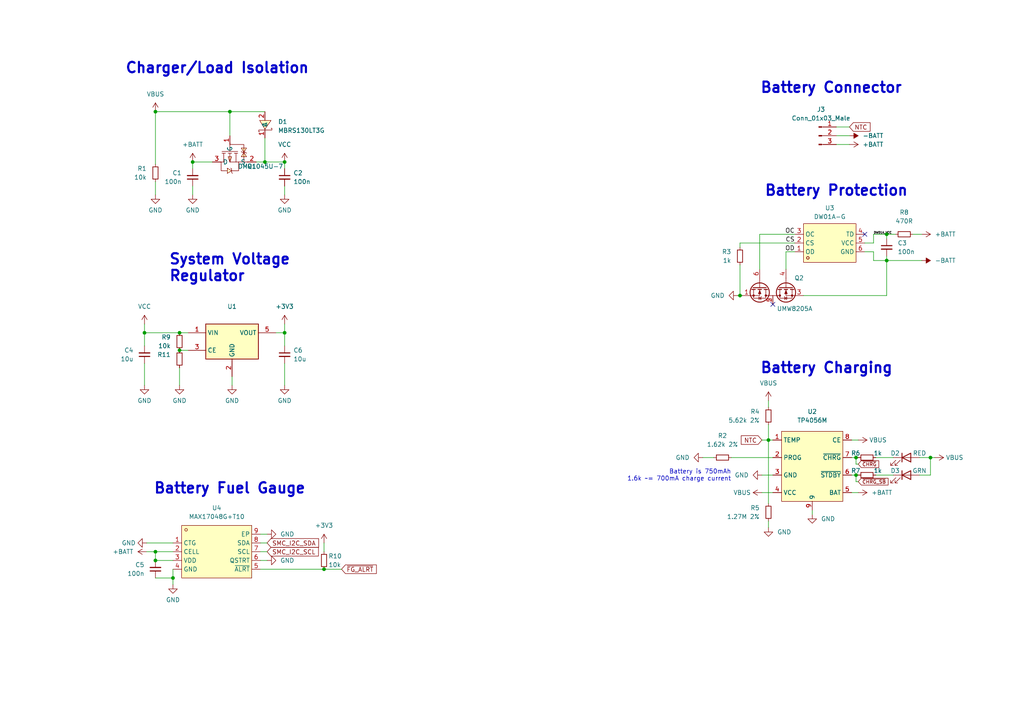
<source format=kicad_sch>
(kicad_sch (version 20211123) (generator eeschema)
  (paper "A4")
  (lib_symbols
    (symbol "Connector:Conn_01x03_Male" (pin_names (offset 1.016) hide)
      (property "Reference" "J3" (at 0.635 7.62 0))
      (property "Value" "Conn_01x03_Male" (at 0.635 5.08 0))
      (symbol "Conn_01x03_Male_1_1"
        (polyline (pts (xy 1.27 -2.54) (xy 0.8636 -2.54)) (stroke (width 0.1524)))
        (polyline (pts (xy 1.27 0) (xy 0.8636 0)) (stroke (width 0.1524)))
        (polyline (pts (xy 1.27 2.54) (xy 0.8636 2.54)) (stroke (width 0.1524)))
        (rectangle (start 0.8636 -2.413) (end 0 -2.667) (stroke (width 0.1524)) (fill (type outline)))
        (rectangle (start 0.8636 0.127) (end 0 -0.127) (stroke (width 0.1524)) (fill (type outline)))
        (rectangle (start 0.8636 2.667) (end 0 2.413) (stroke (width 0.1524)) (fill (type outline)))
        (pin passive line (at 5.08 2.54 180) (length 3.81) (name "Pin_1") (number "1"))
        (pin power_out line (at 5.08 0 180) (length 3.81) (name "Pin_2") (number "2"))
        (pin power_out line (at 5.08 -2.54 180) (length 3.81) (name "Pin_3") (number "3"))
      )
    )
    (symbol "Device:C_Small" (pin_numbers hide) (pin_names (offset 0.254) hide)
      (property "Reference" "C" (at 0.254 1.778 0))
      (property "Value" "C_Small" (at 0.254 -2.032 0))
      (symbol "C_Small_0_1"
        (polyline (pts (xy -1.524 -0.508) (xy 1.524 -0.508)) (stroke (width 0.3302)))
        (polyline (pts (xy -1.524 0.508) (xy 1.524 0.508)) (stroke (width 0.3048)))
      )
      (symbol "C_Small_1_1"
        (pin passive line (at 0 2.54 270) (length 2.032) (name "~") (number "1"))
        (pin passive line (at 0 -2.54 90) (length 2.032) (name "~") (number "2"))
      )
    )
    (symbol "Device:LED" (pin_numbers hide) (pin_names (offset 1.016) hide)
      (property "Reference" "D" (at 0 2.54 0))
      (property "Value" "LED" (at 0 -2.54 0))
      (symbol "LED_0_1"
        (polyline (pts (xy -1.27 -1.27) (xy -1.27 1.27)) (stroke (width 0.254)))
        (polyline (pts (xy -1.27 0) (xy 1.27 0)))
        (polyline (pts (xy 1.27 -1.27) (xy 1.27 1.27) (xy -1.27 0) (xy 1.27 -1.27)) (stroke (width 0.254)))
        (polyline (pts (xy -3.048 -0.762) (xy -4.572 -2.286) (xy -3.81 -2.286) (xy -4.572 -2.286) (xy -4.572 -1.524)))
        (polyline (pts (xy -1.778 -0.762) (xy -3.302 -2.286) (xy -2.54 -2.286) (xy -3.302 -2.286) (xy -3.302 -1.524)))
      )
      (symbol "LED_1_1"
        (pin passive line (at -3.81 0 0) (length 2.54) (name "K") (number "1"))
        (pin passive line (at 3.81 0 180) (length 2.54) (name "A") (number "2"))
      )
    )
    (symbol "Device:R_Small" (pin_numbers hide) (pin_names (offset 0.254) hide)
      (property "Reference" "R" (at 0.762 0.508 0))
      (property "Value" "R_Small" (at 0.762 -1.016 0))
      (symbol "R_Small_0_1"
        (rectangle (start -0.762 1.778) (end 0.762 -1.778) (stroke (width 0.2032)))
      )
      (symbol "R_Small_1_1"
        (pin passive line (at 0 2.54 270) (length 0.762) (name "~") (number "1"))
        (pin passive line (at 0 -2.54 90) (length 0.762) (name "~") (number "2"))
      )
    )
    (symbol "Regulator_Linear:XC6210B332MR"
      (property "Reference" "U" (at 0 8.89 0))
      (property "Value" "XC6210B332MR" (at 0 6.35 0))
      (symbol "XC6210B332MR_0_1"
        (rectangle (start -7.62 5.08) (end 7.62 -5.08) (stroke (width 0.254)) (fill (type background)))
      )
      (symbol "XC6210B332MR_1_1"
        (pin power_in line (at -12.7 2.54 0) (length 5.08) (name "VIN") (number "1"))
        (pin power_in line (at 0 -10.16 90) (length 5.08) (name "GND") (number "2"))
        (pin input line (at -12.7 -2.54 0) (length 5.08) (name "CE") (number "3"))
        (pin no_connect line (at 12.7 -2.54 180) (length 5.08) hide (name "NC") (number "4"))
        (pin power_out line (at 12.7 2.54 180) (length 5.08) (name "VOUT") (number "5"))
      )
    )
    (symbol "lcsc:DMP1045U-7"
      (property "Reference" "Q1" (at 1.27 -6.35 90))
      (property "Value" "DMP1045U-7" (at 1.27 -8.89 90))
      (symbol "DMP1045U-7_0_1"
        (polyline (pts (xy -5.59 0) (xy -3.05 0)))
        (polyline (pts (xy -3.05 2.29) (xy -3.05 -2.29)))
        (polyline (pts (xy -2.54 -2.29) (xy -2.54 -1.27)))
        (polyline (pts (xy -2.54 -0.51) (xy -2.54 0.51)))
        (polyline (pts (xy -2.54 1.27) (xy -2.54 2.29)))
        (polyline (pts (xy 0 -2.54) (xy 0 -5.08)))
        (polyline (pts (xy 0 -1.78) (xy -2.54 -1.78)))
        (polyline (pts (xy 0 1.78) (xy -2.54 1.78)))
        (polyline (pts (xy -2.54 0) (xy 0 0) (xy 0 -2.54)))
        (polyline (pts (xy 0 -2.54) (xy 2.54 -2.54) (xy 2.54 -0.51)))
        (polyline (pts (xy -2.79 -4.06) (xy -4.06 -3.3) (xy -4.06 -4.83) (xy -2.79 -4.06)) (fill (type background)))
        (polyline (pts (xy -2.79 -4.06) (xy -1.52 -4.83) (xy -1.52 -3.3) (xy -2.79 -4.06)) (fill (type background)))
        (polyline (pts (xy -2.54 -4.83) (xy -2.79 -4.57) (xy -2.79 -3.56) (xy -3.05 -3.3)))
        (polyline (pts (xy 0 -4.06) (xy -5.08 -4.06) (xy -5.08 -1.52) (xy -5.08 0)))
        (polyline (pts (xy 0 0) (xy -1.52 0.51) (xy -1.52 -0.51) (xy 0 0)) (fill (type background)))
        (polyline (pts (xy 0 1.78) (xy 0 2.54) (xy 2.54 2.54) (xy 2.54 0.76)))
        (polyline (pts (xy 2.54 -0.51) (xy 3.3 0.76) (xy 1.78 0.76) (xy 2.54 -0.51)) (fill (type background)))
        (polyline (pts (xy 3.3 -0.76) (xy 3.05 -0.51) (xy 2.03 -0.51) (xy 1.78 -0.25)))
        (pin input line (at -7.62 0 0) (length 2.54) (name "G") (number "1"))
        (pin power_out line (at 0 -7.62 90) (length 2.54) (name "S") (number "2"))
        (pin passive line (at 0 5.08 270) (length 2.54) (name "D") (number "3"))
      )
    )
    (symbol "lcsc:DW01A-G"
      (property "Reference" "U?" (at 0 7.62 0))
      (property "Value" "DW01A-G" (at 0 -7.62 0))
      (symbol "DW01A-G_0_1"
        (rectangle (start -7.62 5.59) (end 7.62 -5.59) (fill (type background)))
        (circle (center -6.35 4.32) (radius 0.38))
        (circle (center -6.35 4.32) (radius 0.38))
        (pin output line (at -10.16 2.54 0) (length 2.54) (name "OD") (number "1"))
        (pin input line (at -10.16 0 0) (length 2.54) (name "CS") (number "2"))
        (pin output line (at -10.16 -2.54 0) (length 2.54) (name "OC") (number "3"))
        (pin unspecified line (at 10.16 -2.54 180) (length 2.54) (name "TD") (number "4"))
        (pin input line (at 10.16 0 180) (length 2.54) (name "VCC") (number "5"))
        (pin power_in line (at 10.16 2.54 180) (length 2.54) (name "GND") (number "6"))
      )
    )
    (symbol "lcsc:MAX17048G+T10"
      (property "Reference" "U?" (at 0 10.16 0))
      (property "Value" "MAX17048G+T10" (at 0 -10.16 0))
      (symbol "MAX17048G+T10_0_1"
        (rectangle (start -10.16 7.62) (end 10.16 -7.62) (fill (type background)))
        (circle (center -8.89 6.35) (radius 0.38))
        (pin power_in line (at -12.7 2.54 0) (length 2.54) (name "CTG") (number "1"))
        (pin power_in line (at -12.7 0 0) (length 2.54) (name "CELL") (number "2"))
        (pin power_in line (at -12.7 -2.54 0) (length 2.54) (name "VDD") (number "3"))
        (pin power_in line (at -12.7 -5.08 0) (length 2.54) (name "GND") (number "4"))
        (pin open_collector line (at 12.7 -5.08 180) (length 2.54) (name "~{ALRT}") (number "5"))
        (pin input line (at 12.7 -2.54 180) (length 2.54) (name "QSTRT") (number "6"))
        (pin input line (at 12.7 0 180) (length 2.54) (name "SCL") (number "7"))
        (pin bidirectional line (at 12.7 2.54 180) (length 2.54) (name "SDA") (number "8"))
        (pin power_in line (at 12.7 5.08 180) (length 2.54) (name "EP") (number "9"))
      )
    )
    (symbol "lcsc:MBRS130LT3G"
      (property "Reference" "D?" (at 0 5.08 0))
      (property "Value" "MBRS130LT3G" (at 0 -5.08 0))
      (symbol "MBRS130LT3G_0_1"
        (polyline (pts (xy 1.27 1.52) (xy -1.27 0) (xy 1.27 -1.78) (xy 1.27 1.52)) (fill (type background)))
        (polyline (pts (xy -2.03 1.52) (xy -2.03 1.78) (xy -1.52 1.78) (xy -1.52 -2.03) (xy -1.02 -2.03) (xy -1.02 -1.78)))
        (pin passive line (at -3.81 0 0) (length 2.54) (name "C") (number "1"))
        (pin passive line (at 3.81 0 180) (length 2.54) (name "A") (number "2"))
      )
    )
    (symbol "lcsc:TP4056M"
      (property "Reference" "U?" (at 0 12.7 0))
      (property "Value" "TP4056M" (at 0 -17.78 0))
      (symbol "TP4056M_0_1"
        (rectangle (start -8.89 10.16) (end 8.89 -10.16) (fill (type background)))
        (pin input line (at -11.43 7.62 0) (length 2.54) (name "TEMP") (number "1"))
        (pin passive line (at -11.43 2.54 0) (length 2.54) (name "PROG") (number "2"))
        (pin power_in line (at -11.43 -2.54 0) (length 2.54) (name "GND") (number "3"))
        (pin power_in line (at -11.43 -7.62 0) (length 2.54) (name "VCC") (number "4"))
        (pin passive line (at 11.43 -7.62 180) (length 2.54) (name "BAT") (number "5"))
        (pin open_collector line (at 11.43 -2.54 180) (length 2.54) (name "~{STDBY}") (number "6"))
        (pin open_collector line (at 11.43 2.54 180) (length 2.54) (name "~{CHRG}") (number "7"))
        (pin input line (at 11.43 7.62 180) (length 2.54) (name "CE") (number "8"))
        (pin power_in line (at 0 -12.7 90) (length 2.54) (name "9") (number "9"))
      )
    )
    (symbol "lcsc:UMW8205A" (pin_names hide)
      (property "Reference" "Q2" (at 7.62 5.08 0))
      (property "Value" "UMW8205A" (at 6.35 -3.81 0))
      (symbol "UMW8205A_0_1"
        (circle (center -5.588 0) (radius 0.254) (fill (type outline)))
        (circle (center -3.81 0.889) (radius 2.794) (stroke (width 0.254)))
        (circle (center -2.032 0) (radius 0.254) (fill (type outline)))
        (polyline (pts (xy -5.08 1.778) (xy -6.096 1.778)) (stroke (width 0.254)))
        (polyline (pts (xy -3.81 2.286) (xy -3.81 5.08)))
        (polyline (pts (xy -3.302 1.778) (xy -4.318 1.778)) (stroke (width 0.254)))
        (polyline (pts (xy -1.905 2.286) (xy -5.715 2.286)) (stroke (width 0.254)))
        (polyline (pts (xy -1.524 1.778) (xy -2.54 1.778)) (stroke (width 0.254)))
        (polyline (pts (xy -1.27 0) (xy -2.032 0)))
        (polyline (pts (xy -1.27 0) (xy 1.27 0)))
        (polyline (pts (xy 1.27 0) (xy 2.032 0)))
        (polyline (pts (xy 1.524 1.778) (xy 2.54 1.778)) (stroke (width 0.254)))
        (polyline (pts (xy 1.905 2.286) (xy 5.715 2.286)) (stroke (width 0.254)))
        (polyline (pts (xy 3.302 1.778) (xy 4.318 1.778)) (stroke (width 0.254)))
        (polyline (pts (xy 3.81 2.286) (xy 3.81 5.08)))
        (polyline (pts (xy 5.08 1.778) (xy 6.096 1.778)) (stroke (width 0.254)))
        (polyline (pts (xy -6.35 0) (xy -3.81 0) (xy -3.81 1.778)))
        (polyline (pts (xy 6.35 0) (xy 3.81 0) (xy 3.81 1.778)))
        (polyline (pts (xy -5.588 1.778) (xy -5.588 -0.762) (xy -2.032 -0.762) (xy -2.032 1.778)))
        (polyline (pts (xy -3.81 1.524) (xy -3.429 0.508) (xy -4.191 0.508) (xy -3.81 1.524)) (fill (type outline)))
        (polyline (pts (xy -3.429 -0.762) (xy -4.064 -0.381) (xy -4.064 -1.143) (xy -3.429 -0.762)))
        (polyline (pts (xy -3.302 -0.254) (xy -3.429 -0.381) (xy -3.429 -1.143) (xy -3.556 -1.27)))
        (polyline (pts (xy 3.302 -0.254) (xy 3.429 -0.381) (xy 3.429 -1.143) (xy 3.556 -1.27)))
        (polyline (pts (xy 3.429 -0.762) (xy 4.064 -0.381) (xy 4.064 -1.143) (xy 3.429 -0.762)))
        (polyline (pts (xy 3.81 1.524) (xy 3.429 0.508) (xy 4.191 0.508) (xy 3.81 1.524)) (fill (type outline)))
        (polyline (pts (xy 5.588 1.778) (xy 5.588 -0.762) (xy 2.032 -0.762) (xy 2.032 1.778)))
        (circle (center 2.032 0) (radius 0.254) (fill (type outline)))
        (circle (center 3.81 0.889) (radius 2.794) (stroke (width 0.254)))
        (circle (center 5.588 0) (radius 0.254) (fill (type outline)))
      )
      (symbol "UMW8205A_1_1"
        (pin power_out line (at -8.89 0 0) (length 2.54) (name "S1") (number "1"))
        (pin passive line (at 0 -2.54 90) (length 2.54) (name "D1/D2") (number "2"))
        (pin passive line (at 8.89 0 180) (length 2.54) (name "S2") (number "3"))
        (pin input line (at 3.81 7.62 270) (length 2.54) (name "G2") (number "4"))
        (pin passive line (at 0 -2.54 90) (length 2.54) (name "D1/D2") (number "5"))
        (pin input line (at -3.81 7.62 270) (length 2.54) (name "G1") (number "6"))
      )
    )
    (symbol "power:+3.3V" (power) (pin_names (offset 0))
      (property "Value" "+3.3V" (at 0 3.556 0))
      (symbol "+3.3V_0_1"
        (polyline (pts (xy -0.762 1.27) (xy 0 2.54)))
        (polyline (pts (xy 0 0) (xy 0 2.54)))
        (polyline (pts (xy 0 2.54) (xy 0.762 1.27)))
      )
      (symbol "+3.3V_1_1"
        (pin power_in line (at 0 0 90) (length 0) hide (name "+3V3") (number "1"))
      )
    )
    (symbol "power:+BATT" (power) (pin_names (offset 0))
      (property "Value" "+BATT" (at 0 3.556 0))
      (symbol "+BATT_0_1"
        (polyline (pts (xy -0.762 1.27) (xy 0 2.54)))
        (polyline (pts (xy 0 0) (xy 0 2.54)))
        (polyline (pts (xy 0 2.54) (xy 0.762 1.27)))
      )
      (symbol "+BATT_1_1"
        (pin power_in line (at 0 0 90) (length 0) hide (name "+BATT") (number "1"))
      )
    )
    (symbol "power:-BATT" (power) (pin_names (offset 0))
      (property "Value" "-BATT" (at 0 3.556 0))
      (symbol "-BATT_0_1"
        (polyline (pts (xy 0 0) (xy 0 2.54)))
        (polyline (pts (xy 0.762 1.27) (xy -0.762 1.27) (xy 0 2.54) (xy 0.762 1.27)) (fill (type outline)))
      )
      (symbol "-BATT_1_1"
        (pin power_in line (at 0 0 90) (length 0) hide (name "-BATT") (number "1"))
      )
    )
    (symbol "power:GND" (power) (pin_names (offset 0))
      (property "Value" "GND" (at 0 -3.81 0))
      (symbol "GND_0_1"
        (polyline (pts (xy 0 0) (xy 0 -1.27) (xy 1.27 -1.27) (xy 0 -2.54) (xy -1.27 -1.27) (xy 0 -1.27)))
      )
      (symbol "GND_1_1"
        (pin power_in line (at 0 0 270) (length 0) hide (name "GND") (number "1"))
      )
    )
    (symbol "power:VBUS" (power) (pin_names (offset 0))
      (property "Value" "VBUS" (at 0 3.81 0))
      (symbol "VBUS_0_1"
        (polyline (pts (xy -0.762 1.27) (xy 0 2.54)))
        (polyline (pts (xy 0 0) (xy 0 2.54)))
        (polyline (pts (xy 0 2.54) (xy 0.762 1.27)))
      )
      (symbol "VBUS_1_1"
        (pin power_in line (at 0 0 90) (length 0) hide (name "VBUS") (number "1"))
      )
    )
    (symbol "power:VCC" (power) (pin_names (offset 0))
      (property "Value" "VCC" (at 0 3.81 0))
      (symbol "VCC_0_1"
        (polyline (pts (xy -0.762 1.27) (xy 0 2.54)))
        (polyline (pts (xy 0 0) (xy 0 2.54)))
        (polyline (pts (xy 0 2.54) (xy 0.762 1.27)))
      )
      (symbol "VCC_1_1"
        (pin power_in line (at 0 0 90) (length 0) hide (name "VCC") (number "1"))
      )
    )
  )
  (junction (at 257.175 75.565))
  (junction (at 222.885 127.635))
  (junction (at 45.085 162.56))
  (junction (at 248.285 132.715))
  (junction (at 257.175 67.945))
  (junction (at 269.875 132.715))
  (junction (at 45.085 160.02))
  (junction (at 248.285 137.795))
  (junction (at 82.55 46.99))
  (junction (at 50.165 167.64))
  (junction (at 82.55 96.52))
  (junction (at 55.88 46.99))
  (junction (at 52.07 96.52))
  (junction (at 93.98 165.1))
  (junction (at 41.91 96.52))
  (junction (at 214.63 85.725))
  (junction (at 76.835 46.99))
  (junction (at 66.675 32.385))
  (junction (at 45.085 32.385))
  (junction (at 52.07 101.6))
  (no_connect (at 224.155 88.265))
  (no_connect (at 250.825 67.945))
  (wire (pts (xy 248.285 134.62) (xy 248.285 132.715)))
  (wire (pts (xy 42.545 160.02) (xy 45.085 160.02)))
  (wire (pts (xy 257.175 67.945) (xy 259.715 67.945)))
  (wire (pts (xy 82.55 46.99) (xy 82.55 48.895)))
  (wire (pts (xy 269.875 132.715) (xy 271.145 132.715)))
  (wire (pts (xy 74.295 46.99) (xy 76.835 46.99)))
  (wire (pts (xy 41.91 96.52) (xy 52.07 96.52)))
  (wire (pts (xy 50.165 160.02) (xy 45.085 160.02)))
  (wire (pts (xy 242.57 36.83) (xy 246.38 36.83)))
  (wire (pts (xy 247.015 127.635) (xy 248.92 127.635)))
  (wire (pts (xy 45.085 160.02) (xy 45.085 162.56)))
  (wire (pts (xy 75.565 162.56) (xy 77.47 162.56)))
  (wire (pts (xy 253.365 75.565) (xy 257.175 75.565)))
  (wire (pts (xy 220.345 67.945) (xy 220.345 78.105)))
  (wire (pts (xy 254 137.795) (xy 259.08 137.795)))
  (wire (pts (xy 55.88 53.975) (xy 55.88 56.515)))
  (wire (pts (xy 45.085 32.385) (xy 66.675 32.385)))
  (wire (pts (xy 269.875 137.795) (xy 269.875 132.715)))
  (wire (pts (xy 230.505 73.025) (xy 227.965 73.025)))
  (wire (pts (xy 222.885 123.19) (xy 222.885 127.635)))
  (wire (pts (xy 67.31 109.22) (xy 67.31 111.76)))
  (wire (pts (xy 248.92 134.62) (xy 248.285 134.62)))
  (wire (pts (xy 257.175 75.565) (xy 267.335 75.565)))
  (wire (pts (xy 50.165 167.64) (xy 50.165 169.545)))
  (wire (pts (xy 41.91 96.52) (xy 41.91 100.33)))
  (wire (pts (xy 230.505 67.945) (xy 220.345 67.945)))
  (wire (pts (xy 253.365 73.025) (xy 253.365 75.565)))
  (wire (pts (xy 45.085 167.64) (xy 50.165 167.64)))
  (wire (pts (xy 42.545 157.48) (xy 50.165 157.48)))
  (wire (pts (xy 257.175 67.945) (xy 257.175 69.215)))
  (wire (pts (xy 66.675 32.385) (xy 66.675 39.37)))
  (wire (pts (xy 227.965 73.025) (xy 227.965 78.105)))
  (wire (pts (xy 50.165 165.1) (xy 50.165 167.64)))
  (wire (pts (xy 41.91 105.41) (xy 41.91 111.76)))
  (wire (pts (xy 52.07 101.6) (xy 54.61 101.6)))
  (wire (pts (xy 212.09 132.715) (xy 224.155 132.715)))
  (wire (pts (xy 214.63 85.725) (xy 215.265 85.725)))
  (wire (pts (xy 203.835 132.715) (xy 207.01 132.715)))
  (wire (pts (xy 250.825 73.025) (xy 253.365 73.025)))
  (wire (pts (xy 82.55 96.52) (xy 82.55 93.98)))
  (wire (pts (xy 76.835 46.99) (xy 82.55 46.99)))
  (wire (pts (xy 248.285 132.715) (xy 248.92 132.715)))
  (wire (pts (xy 247.015 142.875) (xy 248.92 142.875)))
  (wire (pts (xy 222.885 127.635) (xy 222.885 146.05)))
  (wire (pts (xy 213.995 85.725) (xy 214.63 85.725)))
  (wire (pts (xy 82.55 105.41) (xy 82.55 111.76)))
  (wire (pts (xy 254 132.715) (xy 259.08 132.715)))
  (wire (pts (xy 247.015 137.795) (xy 248.285 137.795)))
  (wire (pts (xy 250.825 70.485) (xy 253.365 70.485)))
  (wire (pts (xy 257.175 75.565) (xy 257.175 85.725)))
  (wire (pts (xy 52.07 106.68) (xy 52.07 111.76)))
  (wire (pts (xy 75.565 154.94) (xy 77.47 154.94)))
  (wire (pts (xy 45.085 52.705) (xy 45.085 56.515)))
  (wire (pts (xy 54.61 96.52) (xy 52.07 96.52)))
  (wire (pts (xy 222.885 127.635) (xy 224.155 127.635)))
  (wire (pts (xy 233.045 85.725) (xy 257.175 85.725)))
  (wire (pts (xy 45.085 47.625) (xy 45.085 32.385)))
  (wire (pts (xy 222.885 116.205) (xy 222.885 118.11)))
  (wire (pts (xy 214.63 70.485) (xy 214.63 71.755)))
  (wire (pts (xy 248.285 137.795) (xy 248.92 137.795)))
  (wire (pts (xy 76.835 32.385) (xy 66.675 32.385)))
  (wire (pts (xy 220.98 127.635) (xy 222.885 127.635)))
  (wire (pts (xy 93.98 165.1) (xy 99.06 165.1)))
  (wire (pts (xy 247.015 132.715) (xy 248.285 132.715)))
  (wire (pts (xy 230.505 70.485) (xy 214.63 70.485)))
  (wire (pts (xy 93.98 157.48) (xy 93.98 160.02)))
  (wire (pts (xy 55.88 46.99) (xy 61.595 46.99)))
  (wire (pts (xy 82.55 96.52) (xy 82.55 100.33)))
  (wire (pts (xy 220.98 137.795) (xy 224.155 137.795)))
  (wire (pts (xy 242.57 39.37) (xy 246.38 39.37)))
  (wire (pts (xy 242.57 41.91) (xy 246.38 41.91)))
  (wire (pts (xy 248.92 139.7) (xy 248.285 139.7)))
  (wire (pts (xy 248.285 139.7) (xy 248.285 137.795)))
  (wire (pts (xy 45.085 162.56) (xy 50.165 162.56)))
  (wire (pts (xy 75.565 160.02) (xy 77.47 160.02)))
  (wire (pts (xy 41.91 93.98) (xy 41.91 96.52)))
  (wire (pts (xy 253.365 70.485) (xy 253.365 67.945)))
  (wire (pts (xy 222.885 151.13) (xy 222.885 153.035)))
  (wire (pts (xy 266.7 137.795) (xy 269.875 137.795)))
  (wire (pts (xy 80.01 96.52) (xy 82.55 96.52)))
  (wire (pts (xy 235.585 147.955) (xy 235.585 149.225)))
  (wire (pts (xy 253.365 67.945) (xy 257.175 67.945)))
  (wire (pts (xy 257.175 74.295) (xy 257.175 75.565)))
  (wire (pts (xy 75.565 157.48) (xy 77.47 157.48)))
  (wire (pts (xy 82.55 53.975) (xy 82.55 56.515)))
  (wire (pts (xy 76.835 40.005) (xy 76.835 46.99)))
  (wire (pts (xy 266.7 132.715) (xy 269.875 132.715)))
  (wire (pts (xy 55.88 46.99) (xy 55.88 48.895)))
  (wire (pts (xy 214.63 76.835) (xy 214.63 85.725)))
  (wire (pts (xy 220.98 142.875) (xy 224.155 142.875)))
  (wire (pts (xy 75.565 165.1) (xy 93.98 165.1)))
  (wire (pts (xy 264.795 67.945) (xy 267.335 67.945)))
  (text "Battery Connector" (at 220.345 27.305 0) (effects (font (size 3 3) (thickness 0.6) bold) (justify left bottom)))
  (text "Battery Fuel Gauge" (at 44.45 143.51 0) (effects (font (size 3 3) (thickness 0.6) bold) (justify left bottom)))
  (text "Charger/Load Isolation" (at 36.195 21.59 0) (effects (font (size 3 3) (thickness 0.6) bold) (justify left bottom)))
  (text "Battery Charging" (at 220.345 108.585 0) (effects (font (size 3 3) (thickness 0.6) bold) (justify left bottom)))
  (text "Battery is 750mAh\n1.6k ~= 700mA charge current" (at 212.09 139.7 180) (effects (font (size 1.27 1.27)) (justify right bottom)))
  (text "System Voltage\nRegulator" (at 48.895 81.915 0) (effects (font (size 3 3) (thickness 0.6) bold) (justify left bottom)))
  (text "Battery Protection" (at 221.615 57.15 0) (effects (font (size 3 3) (thickness 0.6) bold) (justify left bottom)))
  (label "DW01A_VCC" (at 253.365 67.945 0) (effects (font (size 0.6 0.6))))
  (label "OC" (at 230.505 67.945 180))
  (label "CS" (at 230.505 70.485 180))
  (label "OD" (at 230.505 73.025 180))
  (global_label "~{CHRG}" (shape input) (at 248.92 134.62 0) (effects (font (size 1 1))) (property "Intersheet References" "${INTERSHEET_REFS}" (effects hide)))
  (global_label "~{FG_ALRT}" (shape input) (at 99.06 165.1 0) (property "Intersheet References" "${INTERSHEET_REFS}" (effects hide)))
  (global_label "~{CHRG_SB}" (shape input) (at 248.92 139.7 0) (effects (font (size 1 1))) (property "Intersheet References" "${INTERSHEET_REFS}" (effects hide)))
  (global_label "NTC" (shape input) (at 246.38 36.83 0) (property "Intersheet References" "${INTERSHEET_REFS}" (effects hide)))
  (global_label "NTC" (shape input) (at 220.98 127.635 180) (property "Intersheet References" "${INTERSHEET_REFS}" (effects hide)))
  (global_label "SMC_I2C_SCL" (shape input) (at 77.47 160.02 0) (property "Intersheet References" "${INTERSHEET_REFS}" (effects hide)))
  (global_label "SMC_I2C_SDA" (shape input) (at 77.47 157.48 0) (property "Intersheet References" "${INTERSHEET_REFS}" (effects hide)))
  (symbol (lib_id "Device:R_Small") (at 45.085 50.165 0) (mirror x) (unit 1)
    (property "Reference" "R1" (at 42.545 48.8949 0) (effects (justify right)))
    (property "Value" "10k" (at 42.545 51.4349 0) (effects (justify right)))
    (property "Footprint" "Resistor_SMD:R_0402_1005Metric" (effects hide))
  )
  (symbol (lib_id "power:+BATT") (at 55.88 46.99 0) (unit 1)
    (property "Reference" "#PWR04" (effects hide))
    (property "Value" "+BATT" (at 55.88 41.91 0))
  )
  (symbol (lib_id "power:GND") (at 82.55 111.76 0) (unit 1)
    (property "Reference" "#PWR032" (effects hide))
    (property "Value" "GND" (at 82.55 116.205 0))
  )
  (symbol (lib_id "Device:R_Small") (at 52.07 99.06 0) (mirror x) (unit 1)
    (property "Reference" "R9" (at 49.53 97.7899 0) (effects (justify right)))
    (property "Value" "10k" (at 49.53 100.3299 0) (effects (justify right)))
    (property "Footprint" "Resistor_SMD:R_0402_1005Metric" (effects hide))
  )
  (symbol (lib_id "power:GND") (at 67.31 111.76 0) (unit 1)
    (property "Reference" "#PWR029" (effects hide))
    (property "Value" "GND" (at 67.31 116.205 0))
  )
  (symbol (lib_id "power:VBUS") (at 220.98 142.875 90) (unit 1)
    (property "Reference" "#PWR011" (effects hide))
    (property "Value" "VBUS" (at 217.805 142.8749 90) (effects (justify left)))
  )
  (symbol (lib_id "lcsc:MBRS130LT3G") (at 76.835 36.195 90) (unit 1)
    (property "Reference" "D1" (at 80.645 35.3049 90) (effects (justify right)))
    (property "Value" "MBRS130LT3G" (at 80.645 37.8449 90) (effects (justify right)))
    (property "Footprint" "lcsc:SMB_L4.6-W3.6-LS5.3-RD" (effects hide))
    (property "Datasheet" "https://lcsc.com/product-detail/Schottky-Barrier-Diodes-SBD_ON_MBRS130LT3G_MBRS130LT3G_C51771.html" (effects hide))
    (property "Manufacturer" "ON" (effects hide))
    (property "LCSC Part" "C51771" (effects hide))
    (property "JLC Part" "Extended Part" (effects hide))
  )
  (symbol (lib_id "Device:R_Small") (at 222.885 120.65 0) (mirror x) (unit 1)
    (property "Reference" "R4" (at 220.345 119.3799 0) (effects (justify right)))
    (property "Value" "5.62k 2%" (at 220.345 121.9199 0) (effects (justify right)))
    (property "Footprint" "Resistor_SMD:R_0402_1005Metric" (effects hide))
  )
  (symbol (lib_id "Connector:Conn_01x03_Male") (at 237.49 39.37 0) (unit 1)
    (property "Reference" "J3" (at 238.125 31.75 0))
    (property "Value" "Conn_01x03_Male" (at 238.125 34.29 0))
    (property "Footprint" "Gigahawk:Molex_PicoBlade_53047-0310_1x03_P1.25mm_Vertical" (effects hide))
  )
  (symbol (lib_id "Device:LED") (at 262.89 132.715 0) (unit 1)
    (property "Reference" "D2" (at 260.985 131.445 0) (effects (justify right)))
    (property "Value" "RED" (at 266.7 131.445 0))
    (property "Footprint" "LED_SMD:LED_0201_0603Metric" (effects hide))
  )
  (symbol (lib_id "Device:R_Small") (at 251.46 132.715 90) (unit 1)
    (property "Reference" "R6" (at 249.555 131.445 90) (effects (justify left)))
    (property "Value" "1k" (at 253.365 131.445 90) (effects (justify right)))
    (property "Footprint" "Resistor_SMD:R_0402_1005Metric" (effects hide))
  )
  (symbol (lib_id "power:VBUS") (at 248.92 127.635 270) (unit 1)
    (property "Reference" "#PWR017" (effects hide))
    (property "Value" "VBUS" (at 252.095 127.6349 90) (effects (justify left)))
  )
  (symbol (lib_id "power:-BATT") (at 246.38 39.37 270) (unit 1)
    (property "Reference" "#PWR015" (effects hide))
    (property "Value" "-BATT" (at 250.19 39.3699 90) (effects (justify left)))
  )
  (symbol (lib_id "Device:LED") (at 262.89 137.795 0) (unit 1)
    (property "Reference" "D3" (at 260.985 136.525 0) (effects (justify right)))
    (property "Value" "GRN" (at 266.7 136.525 0))
    (property "Footprint" "LED_SMD:LED_0201_0603Metric" (effects hide))
  )
  (symbol (lib_id "lcsc:DW01A-G") (at 240.665 70.485 0) (mirror x) (unit 1)
    (property "Reference" "U3" (at 240.665 60.325 0))
    (property "Value" "DW01A-G" (at 240.665 62.865 0))
    (property "Footprint" "lcsc:SOT-23-6_L2.9-W1.6-P0.95-LS2.8-BR" (effects hide))
    (property "Datasheet" "https://lcsc.com/product-detail/Battery-Protection-ICs_DW01A-G_C61503.html" (effects hide))
    (property "Manufacturer" "FORTUNE" (effects hide))
    (property "LCSC Part" "C61503" (effects hide))
    (property "JLC Part" "Extended Part" (effects hide))
  )
  (symbol (lib_id "power:GND") (at 45.085 56.515 0) (unit 1)
    (property "Reference" "#PWR03" (effects hide))
    (property "Value" "GND" (at 45.085 60.96 0))
  )
  (symbol (lib_id "lcsc:UMW8205A") (at 224.155 85.725 0) (unit 1)
    (property "Reference" "Q2" (at 231.775 80.645 0))
    (property "Value" "UMW8205A" (at 230.505 89.535 0))
    (property "Footprint" "lcsc:SOT-23-6_L2.9-W1.6-P0.95-LS2.8-BL" (effects hide))
    (property "Datasheet" "https://lcsc.com/product-detail/Others_Youtai-Semiconductor-Co-Ltd-UMW8205A_C351449.html" (effects hide))
    (property "Manufacturer" "Youtai Semiconductor Co., Ltd." (effects hide))
    (property "LCSC Part" "C351449" (effects hide))
    (property "JLC Part" "Extended Part" (effects hide))
  )
  (symbol (lib_id "Device:R_Small") (at 209.55 132.715 270) (mirror x) (unit 1)
    (property "Reference" "R2" (at 209.55 126.365 90))
    (property "Value" "1.62k 2%" (at 209.55 128.905 90))
    (property "Footprint" "Resistor_SMD:R_0402_1005Metric" (effects hide))
  )
  (symbol (lib_id "power:GND") (at 77.47 162.56 90) (unit 1)
    (property "Reference" "#PWR028" (effects hide))
    (property "Value" "GND" (at 81.28 162.5599 90) (effects (justify right)))
  )
  (symbol (lib_id "power:VBUS") (at 45.085 32.385 0) (unit 1)
    (property "Reference" "#PWR02" (effects hide))
    (property "Value" "VBUS" (at 45.085 27.305 0))
  )
  (symbol (lib_id "Regulator_Linear:XC6210B332MR") (at 67.31 99.06 0) (unit 1)
    (property "Reference" "U1" (at 67.31 88.9 0))
    (property "Datasheet" "https://www.torexsemi.com/file/xc6210/XC6210.pdf" (effects hide))
  )
  (symbol (lib_id "power:VCC") (at 82.55 46.99 0) (unit 1)
    (property "Reference" "#PWR06" (effects hide))
    (property "Value" "VCC" (at 82.55 41.91 0))
  )
  (symbol (lib_id "Device:R_Small") (at 251.46 137.795 90) (unit 1)
    (property "Reference" "R7" (at 249.555 136.525 90) (effects (justify left)))
    (property "Value" "1k" (at 253.365 136.525 90) (effects (justify right)))
    (property "Footprint" "Resistor_SMD:R_0402_1005Metric" (effects hide))
  )
  (symbol (lib_id "power:GND") (at 41.91 111.76 0) (unit 1)
    (property "Reference" "#PWR022" (effects hide))
    (property "Value" "GND" (at 41.91 116.205 0))
  )
  (symbol (lib_id "Device:C_Small") (at 41.91 102.87 0) (mirror x) (unit 1)
    (property "Reference" "C4" (at 38.735 101.5935 0) (effects (justify right)))
    (property "Value" "10u" (at 38.735 104.1335 0) (effects (justify right)))
    (property "Footprint" "Capacitor_SMD:C_0402_1005Metric" (effects hide))
  )
  (symbol (lib_id "Device:C_Small") (at 257.175 71.755 0) (unit 1)
    (property "Reference" "C3" (at 260.35 70.4912 0) (effects (justify left)))
    (property "Value" "100n" (at 260.35 73.0312 0) (effects (justify left)))
    (property "Footprint" "Capacitor_SMD:C_0402_1005Metric" (effects hide))
  )
  (symbol (lib_id "lcsc:DMP1045U-7") (at 66.675 46.99 90) (mirror x) (unit 1)
    (property "Reference" "Q1" (at 73.025 48.26 90))
    (property "Value" "DMP1045U-7" (at 75.565 48.26 90))
    (property "Footprint" "lcsc:SOT-23-3_L2.9-W1.3-P1.90-LS2.4-BR" (effects hide))
    (property "Datasheet" "https://lcsc.com/product-detail/Others_Diodes-Incorporated_DMP1045U-7_Diodes-Incorporated-DMP1045U-7_C177033.html" (effects hide))
    (property "Manufacturer" "Diodes Incorporated" (effects hide))
    (property "LCSC Part" "C177033" (effects hide))
    (property "JLC Part" "Extended Part" (effects hide))
  )
  (symbol (lib_id "power:GND") (at 42.545 157.48 270) (unit 1)
    (property "Reference" "#PWR023" (effects hide))
    (property "Value" "GND" (at 39.37 157.4799 90) (effects (justify right)))
  )
  (symbol (lib_id "power:+BATT") (at 267.335 67.945 270) (unit 1)
    (property "Reference" "#PWR019" (effects hide))
    (property "Value" "+BATT" (at 271.145 67.9449 90) (effects (justify left)))
  )
  (symbol (lib_id "Device:R_Small") (at 262.255 67.945 90) (unit 1)
    (property "Reference" "R8" (at 262.255 61.595 90))
    (property "Value" "470R" (at 262.255 64.135 90))
    (property "Footprint" "Resistor_SMD:R_0402_1005Metric" (effects hide))
  )
  (symbol (lib_id "power:GND") (at 235.585 149.225 0) (unit 1)
    (property "Reference" "#PWR014" (effects hide))
    (property "Value" "GND" (at 238.125 150.4949 0) (effects (justify left)))
  )
  (symbol (lib_id "power:+3.3V") (at 93.98 157.48 0) (unit 1)
    (property "Reference" "#PWR030" (effects hide))
    (property "Value" "+3.3V" (at 93.98 152.4 0))
  )
  (symbol (lib_id "power:GND") (at 203.835 132.715 270) (unit 1)
    (property "Reference" "#PWR08" (effects hide))
    (property "Value" "GND" (at 200.025 132.7149 90) (effects (justify right)))
  )
  (symbol (lib_id "lcsc:TP4056M") (at 235.585 135.255 0) (unit 1)
    (property "Reference" "U2" (at 235.585 119.38 0))
    (property "Value" "TP4056M" (at 235.585 121.92 0))
    (property "Footprint" "lcsc:MSOP-8_L3.0-W3.0-P0.65-LS5.0-BL-EP" (effects hide))
    (property "Datasheet" "https://lcsc.com/product-detail/PMIC-AC-DC-Converters_TP4056M_C21417.html" (effects hide))
    (property "Manufacturer" "TOPPOWER" (effects hide))
    (property "LCSC Part" "C21417" (effects hide))
    (property "JLC Part" "Extended Part" (effects hide))
  )
  (symbol (lib_id "Device:C_Small") (at 55.88 51.435 0) (mirror x) (unit 1)
    (property "Reference" "C1" (at 52.705 50.1585 0) (effects (justify right)))
    (property "Value" "100n" (at 52.705 52.6985 0) (effects (justify right)))
    (property "Footprint" "Capacitor_SMD:C_0402_1005Metric" (effects hide))
  )
  (symbol (lib_id "Device:R_Small") (at 93.98 162.56 0) (unit 1)
    (property "Reference" "R10" (at 95.25 161.29 0) (effects (justify left)))
    (property "Value" "10k" (at 95.25 163.83 0) (effects (justify left)))
    (property "Footprint" "Resistor_SMD:R_0402_1005Metric" (effects hide))
  )
  (symbol (lib_id "power:GND") (at 77.47 154.94 90) (unit 1)
    (property "Reference" "#PWR027" (effects hide))
    (property "Value" "GND" (at 81.28 154.9399 90) (effects (justify right)))
  )
  (symbol (lib_id "power:+BATT") (at 42.545 160.02 90) (unit 1)
    (property "Reference" "#PWR024" (effects hide))
    (property "Value" "+BATT" (at 38.735 160.0199 90) (effects (justify left)))
  )
  (symbol (lib_id "power:VBUS") (at 271.145 132.715 270) (unit 1)
    (property "Reference" "#PWR021" (effects hide))
    (property "Value" "VBUS" (at 274.32 132.7149 90) (effects (justify left)))
  )
  (symbol (lib_id "power:+BATT") (at 248.92 142.875 270) (unit 1)
    (property "Reference" "#PWR018" (effects hide))
    (property "Value" "+BATT" (at 252.73 142.8749 90) (effects (justify left)))
  )
  (symbol (lib_id "power:VCC") (at 41.91 93.98 0) (unit 1)
    (property "Reference" "#PWR01" (effects hide))
    (property "Value" "VCC" (at 41.91 88.9 0))
  )
  (symbol (lib_id "power:GND") (at 50.165 169.545 0) (unit 1)
    (property "Reference" "#PWR026" (effects hide))
    (property "Value" "GND" (at 50.165 173.99 0))
  )
  (symbol (lib_id "power:+3.3V") (at 82.55 93.98 0) (unit 1)
    (property "Reference" "#PWR031" (effects hide))
    (property "Value" "+3.3V" (at 82.55 88.9 0))
  )
  (symbol (lib_id "power:+BATT") (at 246.38 41.91 270) (unit 1)
    (property "Reference" "#PWR016" (effects hide))
    (property "Value" "+BATT" (at 250.19 41.9099 90) (effects (justify left)))
  )
  (symbol (lib_id "power:VBUS") (at 222.885 116.205 0) (unit 1)
    (property "Reference" "#PWR012" (effects hide))
    (property "Value" "VBUS" (at 222.885 111.125 0))
  )
  (symbol (lib_id "power:GND") (at 222.885 153.035 0) (unit 1)
    (property "Reference" "#PWR013" (effects hide))
    (property "Value" "GND" (at 225.425 154.3049 0) (effects (justify left)))
  )
  (symbol (lib_id "Device:C_Small") (at 82.55 51.435 0) (unit 1)
    (property "Reference" "C2" (at 85.09 50.1712 0) (effects (justify left)))
    (property "Value" "100n" (at 85.09 52.7112 0) (effects (justify left)))
    (property "Footprint" "Capacitor_SMD:C_0402_1005Metric" (effects hide))
  )
  (symbol (lib_id "Device:R_Small") (at 214.63 74.295 0) (mirror x) (unit 1)
    (property "Reference" "R3" (at 212.09 73.0249 0) (effects (justify right)))
    (property "Value" "1k" (at 212.09 75.5649 0) (effects (justify right)))
    (property "Footprint" "Resistor_SMD:R_0402_1005Metric" (effects hide))
  )
  (symbol (lib_id "Device:R_Small") (at 222.885 148.59 0) (mirror x) (unit 1)
    (property "Reference" "R5" (at 220.345 147.3199 0) (effects (justify right)))
    (property "Value" "1.27M 2%" (at 220.345 149.8599 0) (effects (justify right)))
    (property "Footprint" "Resistor_SMD:R_0402_1005Metric" (effects hide))
  )
  (symbol (lib_id "power:GND") (at 52.07 111.76 0) (unit 1)
    (property "Reference" "#PWR025" (effects hide))
    (property "Value" "GND" (at 52.07 116.205 0))
  )
  (symbol (lib_id "Device:R_Small") (at 52.07 104.14 0) (mirror x) (unit 1)
    (property "Reference" "R11" (at 49.53 102.8699 0) (effects (justify right)))
    (property "Footprint" "Resistor_SMD:R_0402_1005Metric" (effects hide))
  )
  (symbol (lib_id "Device:C_Small") (at 82.55 102.87 0) (unit 1)
    (property "Reference" "C6" (at 85.09 101.6062 0) (effects (justify left)))
    (property "Value" "10u" (at 85.09 104.1462 0) (effects (justify left)))
    (property "Footprint" "Capacitor_SMD:C_0402_1005Metric" (effects hide))
  )
  (symbol (lib_id "power:GND") (at 82.55 56.515 0) (unit 1)
    (property "Reference" "#PWR07" (effects hide))
    (property "Value" "GND" (at 82.55 60.96 0))
  )
  (symbol (lib_id "power:-BATT") (at 267.335 75.565 270) (unit 1)
    (property "Reference" "#PWR020" (effects hide))
    (property "Value" "-BATT" (at 271.145 75.5649 90) (effects (justify left)))
  )
  (symbol (lib_id "Device:C_Small") (at 45.085 165.1 0) (mirror x) (unit 1)
    (property "Reference" "C5" (at 41.91 163.8235 0) (effects (justify right)))
    (property "Value" "100n" (at 41.91 166.3635 0) (effects (justify right)))
    (property "Footprint" "Capacitor_SMD:C_0402_1005Metric" (effects hide))
  )
  (symbol (lib_id "power:GND") (at 213.995 85.725 270) (unit 1)
    (property "Reference" "#PWR09" (effects hide))
    (property "Value" "GND" (at 210.185 85.7249 90) (effects (justify right)))
  )
  (symbol (lib_id "lcsc:MAX17048G+T10") (at 62.865 160.02 0) (unit 1)
    (property "Reference" "U4" (at 62.865 147.32 0))
    (property "Value" "MAX17048G+T10" (at 62.865 149.86 0))
    (property "Footprint" "lcsc:DFN-8_L2.0-W2.0-P0.50-BL-EP" (effects hide))
    (property "Manufacturer" "MAXIM(美信)" (effects hide))
    (property "LCSC Part" "C2682616" (effects hide))
    (property "JLC Part" "Extended Part" (effects hide))
  )
  (symbol (lib_id "power:GND") (at 55.88 56.515 0) (unit 1)
    (property "Reference" "#PWR05" (effects hide))
    (property "Value" "GND" (at 55.88 60.96 0))
  )
  (symbol (lib_id "power:GND") (at 220.98 137.795 270) (unit 1)
    (property "Reference" "#PWR010" (effects hide))
    (property "Value" "GND" (at 217.17 137.7949 90) (effects (justify right)))
  )
)
</source>
